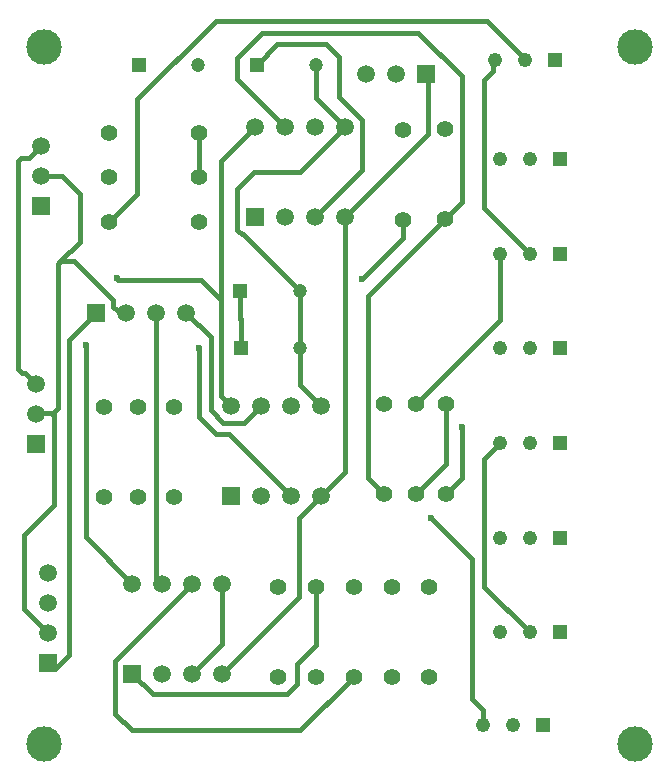
<source format=gtl>
G04*
G04 #@! TF.GenerationSoftware,Altium Limited,Altium Designer,23.0.1 (38)*
G04*
G04 Layer_Physical_Order=1*
G04 Layer_Color=255*
%FSLAX25Y25*%
%MOIN*%
G70*
G04*
G04 #@! TF.SameCoordinates,7B218C2A-F859-486B-BE56-2060E057D8DB*
G04*
G04*
G04 #@! TF.FilePolarity,Positive*
G04*
G01*
G75*
%ADD22R,0.04724X0.04724*%
%ADD23C,0.04724*%
%ADD26C,0.01575*%
%ADD27R,0.05906X0.05906*%
%ADD28C,0.05906*%
%ADD29R,0.04795X0.04795*%
%ADD30C,0.04795*%
%ADD31C,0.11811*%
%ADD32C,0.05512*%
%ADD33R,0.05906X0.05906*%
%ADD34C,0.02362*%
D22*
X84583Y240178D02*
D03*
X45213D02*
D03*
X79189Y164800D02*
D03*
X79346Y145800D02*
D03*
D23*
X104268Y240178D02*
D03*
X64898D02*
D03*
X98874Y164800D02*
D03*
X99032Y145800D02*
D03*
D26*
X72835Y129654D02*
X76126Y126363D01*
X69291Y124863D02*
X73500Y120654D01*
X65354Y122756D02*
X71000Y117111D01*
X69291Y124863D02*
Y149328D01*
X72835Y129654D02*
Y161665D01*
X61118Y157501D02*
X69291Y149328D01*
X65354Y122756D02*
Y145800D01*
X66000Y168500D02*
X72835Y161665D01*
Y208135D02*
X84000Y219300D01*
X72835Y161665D02*
Y208135D01*
X78200Y185050D02*
Y198800D01*
Y185050D02*
X79650Y183600D01*
X78200Y198800D02*
X83700Y204300D01*
X19198Y174709D02*
X25591Y181102D01*
X19198Y174698D02*
Y174709D01*
X25591Y181102D02*
Y196850D01*
X12600Y202900D02*
X19541D01*
X25591Y196850D01*
X44800Y228700D02*
X70900Y254800D01*
X35500Y187800D02*
X44800Y197100D01*
Y228700D01*
X84583Y240178D02*
X91405Y247000D01*
X107700D02*
X112000Y242700D01*
X91405Y247000D02*
X107700D01*
X5132Y138668D02*
Y208010D01*
X6055Y208932D02*
X8632D01*
X5132Y208010D02*
X6055Y208932D01*
X5132Y138668D02*
X6335Y137465D01*
X18275Y173775D02*
X19198Y174698D01*
X23724D01*
X36827Y159421D02*
X37919Y158329D01*
X23724Y174698D02*
X36827Y161595D01*
Y159421D02*
Y161595D01*
X18275Y125708D02*
Y173775D01*
X37919Y158329D02*
X40290D01*
X41118Y157501D01*
X8632Y208932D02*
X12600Y212900D01*
X6335Y137465D02*
X7449D01*
X11000Y133914D01*
Y133800D02*
Y133914D01*
X16377Y123810D02*
X18275Y125708D01*
X11100Y123900D02*
X17109D01*
X11000Y123800D02*
X11100Y123900D01*
X17109Y93396D02*
Y123900D01*
X7000Y83288D02*
X17109Y93396D01*
X7000Y58800D02*
Y83288D01*
Y58800D02*
X15000Y50800D01*
X141669Y216969D02*
Y236131D01*
X140900Y236900D02*
X141669Y236131D01*
X114000Y189300D02*
X141669Y216969D01*
X86400Y250800D02*
X138503D01*
X153100Y194400D02*
Y236203D01*
X138503Y250800D02*
X153100Y236203D01*
X112000Y229373D02*
X119709Y221665D01*
X112000Y229373D02*
Y242700D01*
X119800Y205100D02*
Y221000D01*
X119709Y221091D02*
X119800Y221000D01*
X119709Y221091D02*
Y221665D01*
X78000Y242400D02*
X86400Y250800D01*
X78000Y235300D02*
Y242400D01*
Y235300D02*
X94000Y219300D01*
X161252Y254800D02*
X174000Y242052D01*
X70900Y254800D02*
X161252D01*
X15000Y40800D02*
X17268Y38532D01*
X22000Y148383D02*
X31118Y157501D01*
X22000Y43265D02*
Y148383D01*
X17268Y38532D02*
X22000Y43265D01*
X156300Y28752D02*
X160118Y24934D01*
Y19875D02*
Y24934D01*
X156300Y28752D02*
Y75400D01*
X142700Y89000D02*
X156300Y75400D01*
X160500Y235048D02*
X163384Y237932D01*
Y241184D01*
X164000Y241800D01*
X160500Y192409D02*
Y235048D01*
Y192409D02*
X175752Y177157D01*
X174000Y241800D02*
Y242052D01*
X37900Y169000D02*
X38400Y168500D01*
X27600Y146700D02*
X27800Y146900D01*
X27600Y82574D02*
Y146700D01*
Y82574D02*
X43189Y66985D01*
X73189Y46985D02*
Y66985D01*
X63189Y36985D02*
X73189Y46985D01*
X104268Y229032D02*
Y240178D01*
Y229032D02*
X114000Y219300D01*
X99032Y133457D02*
Y145800D01*
Y133457D02*
X106126Y126363D01*
X38400Y168500D02*
X66000D01*
X114000Y104237D02*
Y189300D01*
X106126Y96363D02*
X114000Y104237D01*
X147500Y188800D02*
X153100Y194400D01*
X147626Y106869D02*
Y126869D01*
X137626Y96869D02*
X147626Y106869D01*
X153200Y102443D02*
Y119500D01*
X147626Y96869D02*
X153200Y102443D01*
X73500Y120654D02*
X80417D01*
X86126Y126363D01*
X160500Y66123D02*
X175752Y50871D01*
X160500Y66123D02*
Y108762D01*
X165752Y114014D01*
X104314Y46714D02*
Y65985D01*
X98100Y40500D02*
X104314Y46714D01*
X98100Y33800D02*
Y40500D01*
X94600Y30300D02*
X98100Y33800D01*
X49874Y30300D02*
X94600D01*
X43189Y36985D02*
X49874Y30300D01*
X37400Y41196D02*
X63189Y66985D01*
X37400Y23800D02*
Y41196D01*
Y23800D02*
X43000Y18200D01*
X99154D01*
X116939Y35985D01*
X75378Y117111D02*
X96126Y96363D01*
X71000Y117111D02*
X75378D01*
X104000Y189300D02*
X119800Y205100D01*
X121600Y102395D02*
X127126Y96869D01*
X121600Y102395D02*
Y162900D01*
X147500Y188800D01*
X133500Y182500D02*
Y188300D01*
X119800Y168800D02*
X133500Y182500D01*
X165752Y154995D02*
Y177157D01*
X137626Y126869D02*
X165752Y154995D01*
X98800Y89037D02*
X106126Y96363D01*
X98800Y62596D02*
Y89037D01*
X73189Y36985D02*
X98800Y62596D01*
X80074Y183600D02*
X98874Y164800D01*
X79650Y183600D02*
X80074D01*
X83700Y204300D02*
X99000D01*
X114000Y219300D01*
X51100Y69074D02*
X53189Y66985D01*
X51100Y69074D02*
Y131400D01*
X51118Y131418D01*
Y157501D01*
X98874Y155358D02*
Y164800D01*
Y155358D02*
X99032Y155200D01*
Y145800D02*
Y155200D01*
X79189Y155357D02*
Y164800D01*
Y155357D02*
X79346Y155200D01*
Y145800D02*
Y155200D01*
X65500Y202550D02*
Y217300D01*
D27*
X31118Y157501D02*
D03*
X140900Y236900D02*
D03*
D28*
X41118Y157501D02*
D03*
X51118D02*
D03*
X61118D02*
D03*
X120900Y236900D02*
D03*
X130900D02*
D03*
X73189Y66985D02*
D03*
X63189D02*
D03*
X53189D02*
D03*
X43189D02*
D03*
X73189Y36985D02*
D03*
X63189D02*
D03*
X53189D02*
D03*
X114000Y219300D02*
D03*
X104000D02*
D03*
X94000D02*
D03*
X84000D02*
D03*
X114000Y189300D02*
D03*
X104000D02*
D03*
X94000D02*
D03*
X12600Y212900D02*
D03*
Y202900D02*
D03*
X11000Y133800D02*
D03*
Y123800D02*
D03*
X15000Y50800D02*
D03*
Y60800D02*
D03*
Y70800D02*
D03*
X106126Y126363D02*
D03*
X96126D02*
D03*
X86126D02*
D03*
X76126D02*
D03*
X106126Y96363D02*
D03*
X96126D02*
D03*
X86126D02*
D03*
D29*
X180118Y19875D02*
D03*
X185752Y50871D02*
D03*
Y82443D02*
D03*
Y114014D02*
D03*
Y145586D02*
D03*
Y177157D02*
D03*
Y208729D02*
D03*
X184000Y241800D02*
D03*
D30*
X170118Y19875D02*
D03*
X160118D02*
D03*
X175752Y50871D02*
D03*
X165752D02*
D03*
X175752Y82443D02*
D03*
X165752D02*
D03*
X175752Y114014D02*
D03*
X165752D02*
D03*
X175752Y145586D02*
D03*
X165752D02*
D03*
X175752Y177157D02*
D03*
X165752D02*
D03*
X175752Y208729D02*
D03*
X165752D02*
D03*
X174000Y241800D02*
D03*
X164000D02*
D03*
D31*
X210630Y246063D02*
D03*
Y13780D02*
D03*
X13780D02*
D03*
Y246063D02*
D03*
D32*
X133500Y188300D02*
D03*
Y218300D02*
D03*
X65500Y187800D02*
D03*
X35500D02*
D03*
X65500Y202550D02*
D03*
X35500D02*
D03*
X65500Y217300D02*
D03*
X35500D02*
D03*
X142189Y35985D02*
D03*
Y65985D02*
D03*
X129564D02*
D03*
Y35985D02*
D03*
X116939Y65985D02*
D03*
Y35985D02*
D03*
X104314D02*
D03*
Y65985D02*
D03*
X91689D02*
D03*
Y35985D02*
D03*
X137626Y126869D02*
D03*
Y96869D02*
D03*
X127126D02*
D03*
Y126869D02*
D03*
X147626D02*
D03*
Y96869D02*
D03*
X57000Y126100D02*
D03*
Y96100D02*
D03*
X45126Y95863D02*
D03*
Y125863D02*
D03*
X33626Y95863D02*
D03*
Y125863D02*
D03*
X147500Y218800D02*
D03*
Y188800D02*
D03*
D33*
X43189Y36985D02*
D03*
X84000Y189300D02*
D03*
X12600Y192900D02*
D03*
X11000Y113800D02*
D03*
X15000Y40800D02*
D03*
X76126Y96363D02*
D03*
D34*
X65354Y145800D02*
D03*
X37900Y169000D02*
D03*
X27600Y146700D02*
D03*
X142700Y89000D02*
D03*
X153200Y119500D02*
D03*
X119800Y168800D02*
D03*
M02*

</source>
